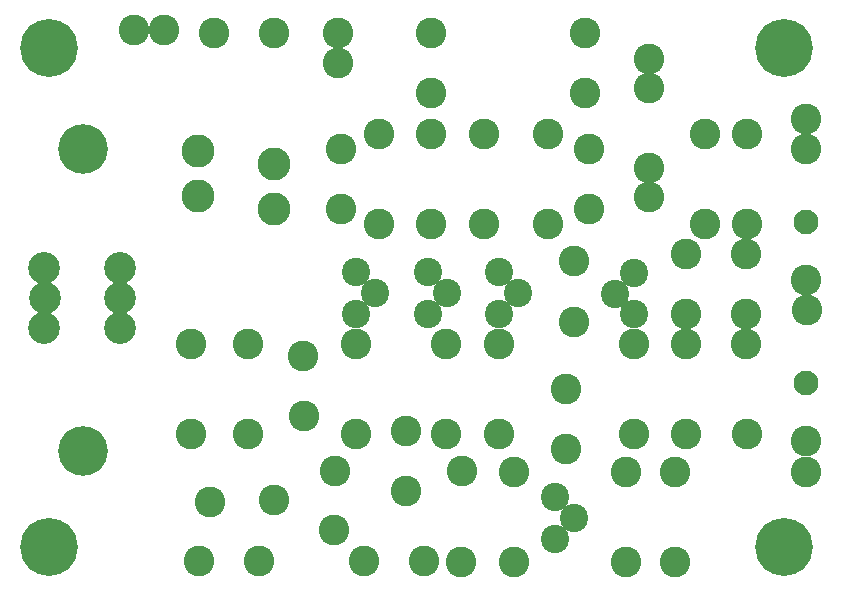
<source format=gbr>
%FSLAX34Y34*%
%MOMM*%
%LNSOLDERMASK_BOTTOM*%
G71*
G01*
%ADD10C,4.200*%
%ADD11C,2.700*%
%ADD12C,2.600*%
%ADD13C,2.800*%
%ADD14C,4.900*%
%ADD15C,2.400*%
%ADD16C,2.600*%
%ADD17C,2.100*%
%LPD*%
X66700Y-379500D02*
G54D10*
D03*
X66600Y-123800D02*
G54D10*
D03*
X98525Y-224525D02*
G54D11*
D03*
X98400Y-249900D02*
G54D11*
D03*
X98425Y-275344D02*
G54D11*
D03*
X164784Y-472605D02*
G54D12*
D03*
X215776Y-472430D02*
G54D12*
D03*
X228650Y-174675D02*
G54D13*
D03*
X164550Y-125275D02*
G54D13*
D03*
X164550Y-163275D02*
G54D13*
D03*
X228650Y-136575D02*
G54D13*
D03*
X177800Y-25400D02*
G54D12*
D03*
X228717Y-25275D02*
G54D12*
D03*
X206375Y-288925D02*
G54D12*
D03*
X206325Y-365175D02*
G54D12*
D03*
X109675Y-22825D02*
G54D12*
D03*
X135175Y-22825D02*
G54D12*
D03*
X38100Y-38100D02*
G54D14*
D03*
X38100Y-460375D02*
G54D14*
D03*
X158750Y-288925D02*
G54D12*
D03*
X158700Y-365175D02*
G54D12*
D03*
X577850Y-263525D02*
G54D12*
D03*
X577725Y-212608D02*
G54D12*
D03*
X533400Y-228600D02*
G54D15*
D03*
X517500Y-246175D02*
G54D15*
D03*
X533435Y-263791D02*
G54D15*
D03*
X679450Y-234950D02*
G54D12*
D03*
X679500Y-260375D02*
G54D12*
D03*
X533400Y-288925D02*
G54D12*
D03*
X533400Y-365100D02*
G54D12*
D03*
X593725Y-111125D02*
G54D12*
D03*
X593675Y-187375D02*
G54D12*
D03*
X482600Y-269875D02*
G54D12*
D03*
X482475Y-218958D02*
G54D12*
D03*
X419100Y-263525D02*
G54D15*
D03*
X435000Y-245925D02*
G54D15*
D03*
X419065Y-228334D02*
G54D15*
D03*
X358700Y-263900D02*
G54D15*
D03*
X374675Y-245925D02*
G54D15*
D03*
X358740Y-228334D02*
G54D15*
D03*
X419100Y-288925D02*
G54D12*
D03*
X419100Y-365100D02*
G54D12*
D03*
X298400Y-263525D02*
G54D15*
D03*
X314350Y-245925D02*
G54D15*
D03*
X298415Y-228334D02*
G54D15*
D03*
X361950Y-111125D02*
G54D12*
D03*
X361900Y-187375D02*
G54D12*
D03*
X317771Y-111334D02*
G54D12*
D03*
X317721Y-187584D02*
G54D12*
D03*
X298450Y-288925D02*
G54D12*
D03*
X298400Y-365200D02*
G54D12*
D03*
X253660Y-350246D02*
G54D12*
D03*
X253535Y-299329D02*
G54D12*
D03*
X374650Y-288925D02*
G54D12*
D03*
X374600Y-365175D02*
G54D12*
D03*
X279800Y-446200D02*
G54D16*
D03*
X228868Y-421216D02*
G54D16*
D03*
X279914Y-396317D02*
G54D16*
D03*
X466725Y-454025D02*
G54D15*
D03*
X482525Y-436225D02*
G54D15*
D03*
X466690Y-418834D02*
G54D15*
D03*
X679450Y-98425D02*
G54D12*
D03*
X679400Y-124000D02*
G54D12*
D03*
X568325Y-396875D02*
G54D12*
D03*
X568275Y-473125D02*
G54D12*
D03*
X527050Y-396875D02*
G54D12*
D03*
X527000Y-473125D02*
G54D12*
D03*
X476250Y-377825D02*
G54D12*
D03*
X476125Y-326908D02*
G54D12*
D03*
X431800Y-396875D02*
G54D12*
D03*
X431750Y-473125D02*
G54D12*
D03*
X304775Y-473025D02*
G54D12*
D03*
X355756Y-472913D02*
G54D12*
D03*
X387350Y-473075D02*
G54D12*
D03*
X387400Y-396800D02*
G54D12*
D03*
X546125Y-47675D02*
G54D12*
D03*
X545812Y-72538D02*
G54D12*
D03*
X361950Y-76200D02*
G54D12*
D03*
X361800Y-25225D02*
G54D12*
D03*
X406400Y-111125D02*
G54D12*
D03*
X406350Y-187375D02*
G54D12*
D03*
X285750Y-174625D02*
G54D12*
D03*
X285600Y-123650D02*
G54D12*
D03*
X282600Y-51225D02*
G54D12*
D03*
X282900Y-25925D02*
G54D12*
D03*
X492125Y-76200D02*
G54D12*
D03*
X492025Y-25225D02*
G54D12*
D03*
X679450Y-396875D02*
G54D12*
D03*
X679450Y-371400D02*
G54D12*
D03*
X660400Y-38100D02*
G54D14*
D03*
X660400Y-460375D02*
G54D14*
D03*
X460375Y-111125D02*
G54D12*
D03*
X460325Y-187375D02*
G54D12*
D03*
X495325Y-174600D02*
G54D12*
D03*
X495125Y-123700D02*
G54D12*
D03*
X546100Y-139700D02*
G54D12*
D03*
X545800Y-164600D02*
G54D12*
D03*
X577850Y-288925D02*
G54D12*
D03*
X577850Y-365100D02*
G54D12*
D03*
X628650Y-288925D02*
G54D12*
D03*
X628700Y-365100D02*
G54D12*
D03*
X628700Y-111100D02*
G54D12*
D03*
X628700Y-187300D02*
G54D12*
D03*
X628650Y-263525D02*
G54D12*
D03*
X628525Y-212608D02*
G54D12*
D03*
X679450Y-185625D02*
G54D17*
D03*
X679450Y-322150D02*
G54D17*
D03*
X340035Y-362225D02*
G54D12*
D03*
X340148Y-413206D02*
G54D12*
D03*
X174575Y-422325D02*
G54D12*
D03*
X34100Y-275400D02*
G54D11*
D03*
X34300Y-250100D02*
G54D11*
D03*
X34231Y-224612D02*
G54D11*
D03*
M02*

</source>
